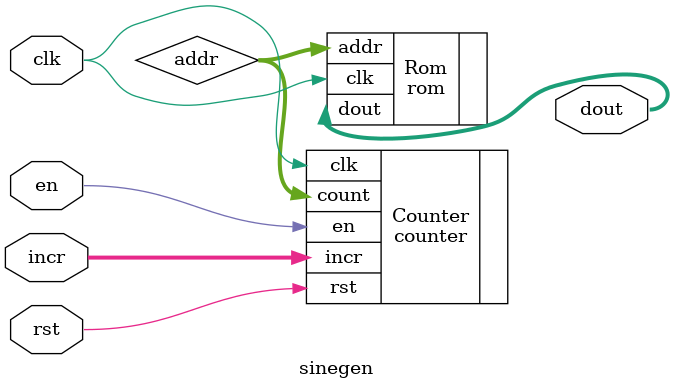
<source format=sv>
module sinegen #(
    parameter COUNT_WIDTH = 8,
               DATA_WIDTH  = 8
) (
    input logic [COUNT_WIDTH-1:0] incr,
    input logic rst,
    input logic en,
    input logic clk,
    output logic [DATA_WIDTH-1:0] dout
);

    logic [COUNT_WIDTH-1:0] addr;

    counter Counter(
        .rst(rst),
        .en(en),
        .incr(incr),
        .clk(clk),
        .count(addr)
    );

    rom Rom(
        .clk(clk),
        .addr(addr),
        .dout(dout)
    );

endmodule

</source>
